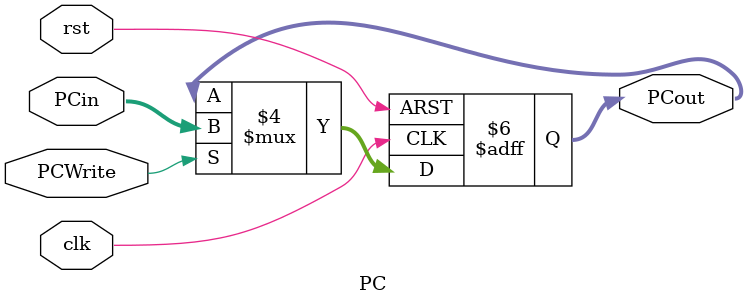
<source format=v>
`timescale 1ns / 1ps
module PC
	#(parameter PC_WIDTH = 6)
	(input clk, rst,PCWrite,
	input [PC_WIDTH-1:0] PCin,
	output reg [PC_WIDTH-1:0] PCout
    );
			
	always@(posedge clk or posedge rst)
		if(rst)
			PCout = 0;
		else if(PCWrite == 1)
			PCout = PCin;
			
endmodule

</source>
